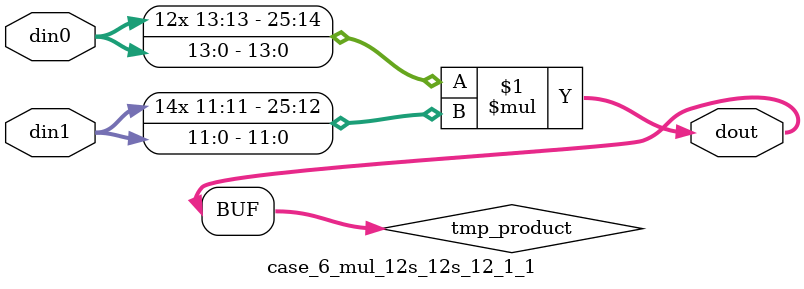
<source format=v>

`timescale 1 ns / 1 ps

 module case_6_mul_12s_12s_12_1_1(din0, din1, dout);
parameter ID = 1;
parameter NUM_STAGE = 0;
parameter din0_WIDTH = 14;
parameter din1_WIDTH = 12;
parameter dout_WIDTH = 26;

input [din0_WIDTH - 1 : 0] din0; 
input [din1_WIDTH - 1 : 0] din1; 
output [dout_WIDTH - 1 : 0] dout;

wire signed [dout_WIDTH - 1 : 0] tmp_product;



























assign tmp_product = $signed(din0) * $signed(din1);








assign dout = tmp_product;





















endmodule

</source>
